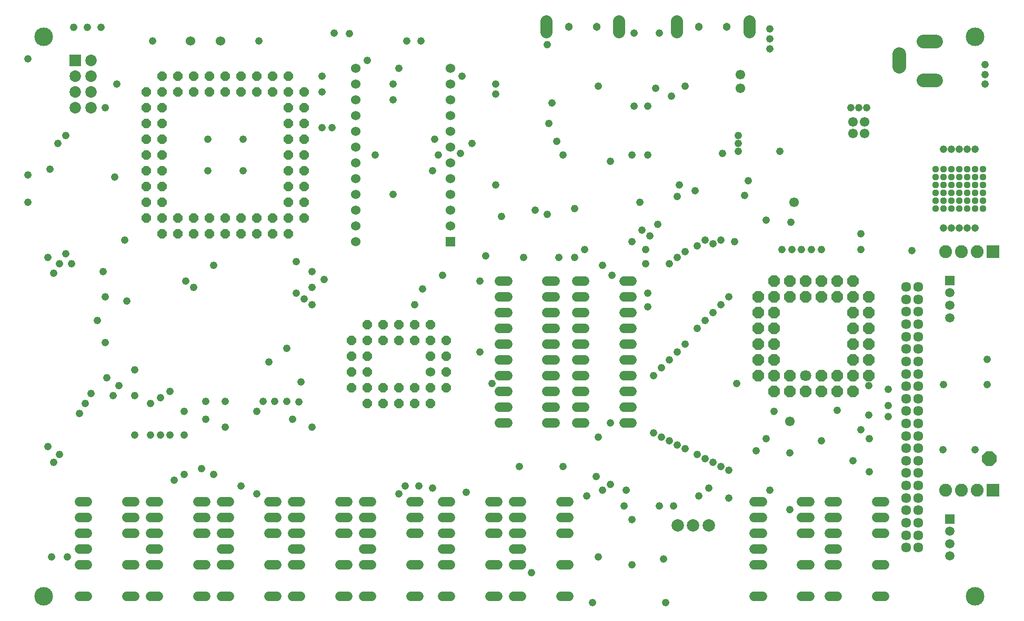
<source format=gbs>
G75*
%MOIN*%
%OFA0B0*%
%FSLAX24Y24*%
%IPPOS*%
%LPD*%
%AMOC8*
5,1,8,0,0,1.08239X$1,22.5*
%
%ADD10C,0.1182*%
%ADD11OC8,0.0600*%
%ADD12C,0.0600*%
%ADD13R,0.0600X0.0600*%
%ADD14C,0.0600*%
%ADD15C,0.0880*%
%ADD16R,0.0595X0.0595*%
%ADD17C,0.0595*%
%ADD18C,0.0789*%
%ADD19C,0.0710*%
%ADD20OC8,0.0710*%
%ADD21C,0.0780*%
%ADD22C,0.0513*%
%ADD23C,0.0395*%
%ADD24R,0.0820X0.0820*%
%ADD25C,0.0820*%
%ADD26C,0.0634*%
%ADD27OC8,0.0930*%
%ADD28R,0.0730X0.0730*%
%ADD29C,0.0730*%
%ADD30C,0.0476*%
%ADD31C,0.0437*%
%ADD32C,0.0611*%
D10*
X002350Y002350D03*
X002350Y037850D03*
X061350Y037850D03*
X061350Y002350D03*
D11*
X027850Y015600D03*
X026850Y015600D03*
X026850Y014600D03*
X025850Y014600D03*
X024850Y014600D03*
X024850Y015600D03*
X025850Y015600D03*
X023850Y015600D03*
X023850Y014600D03*
X022850Y014600D03*
X022850Y015600D03*
X021850Y015600D03*
X021850Y016600D03*
X022850Y016600D03*
X022850Y017600D03*
X021850Y017600D03*
X021850Y018600D03*
X022850Y018600D03*
X022850Y019600D03*
X023850Y019600D03*
X023850Y018600D03*
X024850Y018600D03*
X025850Y018600D03*
X025850Y019600D03*
X024850Y019600D03*
X026850Y019600D03*
X026850Y018600D03*
X027850Y018600D03*
X027850Y017600D03*
X026850Y017600D03*
X027850Y016600D03*
X017850Y025350D03*
X017850Y026350D03*
X018850Y026350D03*
X018850Y027350D03*
X017850Y027350D03*
X016850Y026350D03*
X016850Y025350D03*
X015850Y025350D03*
X014850Y025350D03*
X014850Y026350D03*
X015850Y026350D03*
X013850Y026350D03*
X012850Y026350D03*
X012850Y025350D03*
X013850Y025350D03*
X011850Y025350D03*
X010850Y025350D03*
X010850Y026350D03*
X011850Y026350D03*
X009850Y026350D03*
X009850Y025350D03*
X008850Y026350D03*
X008850Y027350D03*
X009850Y027350D03*
X009850Y028350D03*
X009850Y029350D03*
X009850Y030350D03*
X009850Y031350D03*
X009850Y032350D03*
X008850Y032350D03*
X008850Y031350D03*
X008850Y030350D03*
X008850Y029350D03*
X008850Y028350D03*
X008850Y033350D03*
X008850Y034350D03*
X009850Y034350D03*
X009850Y033350D03*
X010850Y034350D03*
X011850Y034350D03*
X011850Y035350D03*
X010850Y035350D03*
X009850Y035350D03*
X012850Y035350D03*
X013850Y035350D03*
X013850Y034350D03*
X012850Y034350D03*
X014850Y034350D03*
X015850Y034350D03*
X015850Y035350D03*
X014850Y035350D03*
X016850Y035350D03*
X016850Y034350D03*
X017850Y034350D03*
X018850Y034350D03*
X018850Y033350D03*
X017850Y033350D03*
X017850Y032350D03*
X018850Y032350D03*
X018850Y031350D03*
X017850Y031350D03*
X017850Y030350D03*
X018850Y030350D03*
X018850Y029350D03*
X017850Y029350D03*
X017850Y028350D03*
X018850Y028350D03*
X017850Y035350D03*
D12*
X031215Y022350D02*
X031735Y022350D01*
X031735Y021350D02*
X031215Y021350D01*
X031215Y020350D02*
X031735Y020350D01*
X031735Y019350D02*
X031215Y019350D01*
X031215Y018350D02*
X031735Y018350D01*
X031735Y017350D02*
X031215Y017350D01*
X031215Y016350D02*
X031735Y016350D01*
X031735Y015350D02*
X031215Y015350D01*
X031215Y014350D02*
X031735Y014350D01*
X031735Y013350D02*
X031215Y013350D01*
X034215Y013350D02*
X034735Y013350D01*
X034735Y014350D02*
X034215Y014350D01*
X034215Y015350D02*
X034735Y015350D01*
X034735Y016350D02*
X034215Y016350D01*
X034215Y017350D02*
X034735Y017350D01*
X034735Y018350D02*
X034215Y018350D01*
X034215Y019350D02*
X034735Y019350D01*
X034735Y020350D02*
X034215Y020350D01*
X034215Y021350D02*
X034735Y021350D01*
X036090Y021350D02*
X036610Y021350D01*
X036610Y020350D02*
X036090Y020350D01*
X036090Y019350D02*
X036610Y019350D01*
X036610Y018350D02*
X036090Y018350D01*
X036090Y017350D02*
X036610Y017350D01*
X036610Y016350D02*
X036090Y016350D01*
X036090Y015350D02*
X036610Y015350D01*
X036610Y014350D02*
X036090Y014350D01*
X036090Y013350D02*
X036610Y013350D01*
X039090Y013350D02*
X039610Y013350D01*
X039610Y014350D02*
X039090Y014350D01*
X039090Y015350D02*
X039610Y015350D01*
X039610Y016350D02*
X039090Y016350D01*
X039090Y017350D02*
X039610Y017350D01*
X039610Y018350D02*
X039090Y018350D01*
X039090Y019350D02*
X039610Y019350D01*
X039610Y020350D02*
X039090Y020350D01*
X039090Y021350D02*
X039610Y021350D01*
X039610Y022350D02*
X039090Y022350D01*
X036610Y022350D02*
X036090Y022350D01*
X034735Y022350D02*
X034215Y022350D01*
X035090Y008350D02*
X035610Y008350D01*
X035610Y007350D02*
X035090Y007350D01*
X035090Y006350D02*
X035610Y006350D01*
X035610Y004350D02*
X035090Y004350D01*
X035090Y002350D02*
X035610Y002350D01*
X032610Y002350D02*
X032090Y002350D01*
X031110Y002350D02*
X030590Y002350D01*
X030590Y004350D02*
X031110Y004350D01*
X032090Y004350D02*
X032610Y004350D01*
X032610Y005350D02*
X032090Y005350D01*
X032090Y006350D02*
X032610Y006350D01*
X032610Y007350D02*
X032090Y007350D01*
X031110Y007350D02*
X030590Y007350D01*
X030590Y008350D02*
X031110Y008350D01*
X032090Y008350D02*
X032610Y008350D01*
X031110Y006350D02*
X030590Y006350D01*
X028110Y006350D02*
X027590Y006350D01*
X027590Y005350D02*
X028110Y005350D01*
X028110Y004350D02*
X027590Y004350D01*
X026110Y004350D02*
X025590Y004350D01*
X025590Y002350D02*
X026110Y002350D01*
X027590Y002350D02*
X028110Y002350D01*
X026110Y006350D02*
X025590Y006350D01*
X025590Y007350D02*
X026110Y007350D01*
X026110Y008350D02*
X025590Y008350D01*
X027590Y008350D02*
X028110Y008350D01*
X028110Y007350D02*
X027590Y007350D01*
X023110Y007350D02*
X022590Y007350D01*
X021610Y007350D02*
X021090Y007350D01*
X021090Y008350D02*
X021610Y008350D01*
X022590Y008350D02*
X023110Y008350D01*
X023110Y006350D02*
X022590Y006350D01*
X021610Y006350D02*
X021090Y006350D01*
X022590Y005350D02*
X023110Y005350D01*
X023110Y004350D02*
X022590Y004350D01*
X021610Y004350D02*
X021090Y004350D01*
X021090Y002350D02*
X021610Y002350D01*
X022590Y002350D02*
X023110Y002350D01*
X018610Y002350D02*
X018090Y002350D01*
X017110Y002350D02*
X016590Y002350D01*
X016590Y004350D02*
X017110Y004350D01*
X018090Y004350D02*
X018610Y004350D01*
X018610Y005350D02*
X018090Y005350D01*
X018090Y006350D02*
X018610Y006350D01*
X018610Y007350D02*
X018090Y007350D01*
X017110Y007350D02*
X016590Y007350D01*
X016590Y008350D02*
X017110Y008350D01*
X018090Y008350D02*
X018610Y008350D01*
X017110Y006350D02*
X016590Y006350D01*
X014110Y006350D02*
X013590Y006350D01*
X012610Y006350D02*
X012090Y006350D01*
X012090Y007350D02*
X012610Y007350D01*
X013590Y007350D02*
X014110Y007350D01*
X014110Y008350D02*
X013590Y008350D01*
X012610Y008350D02*
X012090Y008350D01*
X009610Y008350D02*
X009090Y008350D01*
X008110Y008350D02*
X007590Y008350D01*
X007590Y007350D02*
X008110Y007350D01*
X009090Y007350D02*
X009610Y007350D01*
X009610Y006350D02*
X009090Y006350D01*
X008110Y006350D02*
X007590Y006350D01*
X009090Y005350D02*
X009610Y005350D01*
X009610Y004350D02*
X009090Y004350D01*
X008110Y004350D02*
X007590Y004350D01*
X005110Y004350D02*
X004590Y004350D01*
X004590Y005350D02*
X005110Y005350D01*
X005110Y006350D02*
X004590Y006350D01*
X004590Y007350D02*
X005110Y007350D01*
X005110Y008350D02*
X004590Y008350D01*
X012090Y004350D02*
X012610Y004350D01*
X013590Y004350D02*
X014110Y004350D01*
X014110Y005350D02*
X013590Y005350D01*
X013590Y002350D02*
X014110Y002350D01*
X012610Y002350D02*
X012090Y002350D01*
X009610Y002350D02*
X009090Y002350D01*
X008110Y002350D02*
X007590Y002350D01*
X005110Y002350D02*
X004590Y002350D01*
X047340Y002350D02*
X047860Y002350D01*
X047860Y004350D02*
X047340Y004350D01*
X047340Y005350D02*
X047860Y005350D01*
X047860Y006350D02*
X047340Y006350D01*
X047340Y007350D02*
X047860Y007350D01*
X047860Y008350D02*
X047340Y008350D01*
X050340Y008350D02*
X050860Y008350D01*
X050860Y007350D02*
X050340Y007350D01*
X052090Y007350D02*
X052610Y007350D01*
X052610Y008350D02*
X052090Y008350D01*
X052090Y006350D02*
X052610Y006350D01*
X052610Y005350D02*
X052090Y005350D01*
X052090Y004350D02*
X052610Y004350D01*
X050860Y004350D02*
X050340Y004350D01*
X050340Y002350D02*
X050860Y002350D01*
X052090Y002350D02*
X052610Y002350D01*
X055090Y002350D02*
X055610Y002350D01*
X055610Y004350D02*
X055090Y004350D01*
X055090Y006350D02*
X055610Y006350D01*
X055610Y007350D02*
X055090Y007350D01*
X055090Y008350D02*
X055610Y008350D01*
X050860Y006350D02*
X050340Y006350D01*
D13*
X028100Y024850D03*
D14*
X028100Y025850D03*
X028100Y026850D03*
X028100Y027850D03*
X028100Y028850D03*
X028100Y029850D03*
X028100Y030850D03*
X028100Y031850D03*
X028100Y032850D03*
X028100Y033850D03*
X028100Y034850D03*
X028100Y035850D03*
X022100Y035850D03*
X022100Y034850D03*
X022100Y033850D03*
X022100Y032850D03*
X022100Y031850D03*
X022100Y030850D03*
X022100Y029850D03*
X022100Y028850D03*
X022100Y027850D03*
X022100Y026850D03*
X022100Y025850D03*
X022100Y024850D03*
X026850Y016600D03*
X013550Y037600D03*
X011650Y037600D03*
D15*
X056525Y036750D02*
X056525Y035950D01*
X058075Y035100D02*
X058875Y035100D01*
X058875Y037550D02*
X058075Y037550D01*
D16*
X059725Y022406D03*
X059725Y007281D03*
D17*
X059725Y006494D03*
X059725Y005706D03*
X059725Y004919D03*
X059725Y020044D03*
X059725Y020831D03*
X059725Y021619D03*
D18*
X044459Y006850D03*
X043475Y006850D03*
X042491Y006850D03*
D19*
X050600Y016350D03*
D20*
X050600Y015350D03*
X049600Y015350D03*
X048600Y015350D03*
X048600Y016350D03*
X049600Y016350D03*
X048600Y017350D03*
X048600Y018350D03*
X048600Y019350D03*
X048600Y020350D03*
X048600Y021350D03*
X049600Y021350D03*
X050600Y021350D03*
X051600Y021350D03*
X052600Y021350D03*
X053600Y021350D03*
X054600Y021350D03*
X054600Y020350D03*
X053600Y020350D03*
X053600Y019350D03*
X054600Y019350D03*
X054600Y018350D03*
X053600Y018350D03*
X053600Y017350D03*
X054600Y017350D03*
X054600Y016350D03*
X053600Y016350D03*
X053600Y015350D03*
X052600Y015350D03*
X051600Y015350D03*
X051600Y016350D03*
X052600Y016350D03*
X047600Y016350D03*
X047600Y017350D03*
X047600Y018350D03*
X047600Y019350D03*
X047600Y020350D03*
X047600Y021350D03*
X048600Y022350D03*
X049600Y022350D03*
X050600Y022350D03*
X051600Y022350D03*
X052600Y022350D03*
X053600Y022350D03*
D21*
X047028Y038174D02*
X047028Y038874D01*
X042422Y038874D02*
X042422Y038174D01*
X038778Y038174D02*
X038778Y038874D01*
X034172Y038874D02*
X034172Y038174D01*
D22*
X035589Y038497D03*
X037361Y038497D03*
X043839Y038497D03*
X045611Y038497D03*
D23*
X047028Y038367D03*
X047028Y038209D03*
X047028Y038682D03*
X047028Y038839D03*
X042422Y038839D03*
X042422Y038682D03*
X042422Y038367D03*
X042422Y038209D03*
X038778Y038209D03*
X038778Y038367D03*
X038778Y038682D03*
X038778Y038839D03*
X034172Y038839D03*
X034172Y038682D03*
X034172Y038367D03*
X034172Y038209D03*
D24*
X062475Y024225D03*
X062475Y009100D03*
D25*
X061475Y009100D03*
X060475Y009100D03*
X059475Y009100D03*
X059475Y024225D03*
X060475Y024225D03*
X061475Y024225D03*
D26*
X057744Y021993D03*
X056956Y021993D03*
X056956Y021205D03*
X057744Y021205D03*
X057744Y020418D03*
X057744Y019631D03*
X056956Y019631D03*
X056956Y020418D03*
X056956Y018843D03*
X057744Y018843D03*
X057744Y018056D03*
X056956Y018056D03*
X056956Y017268D03*
X056956Y016481D03*
X057744Y016481D03*
X057744Y017268D03*
X057744Y015694D03*
X056956Y015694D03*
X056956Y014906D03*
X057744Y014906D03*
X057744Y014119D03*
X057744Y013331D03*
X056956Y013331D03*
X056956Y014119D03*
X056956Y012544D03*
X057744Y012544D03*
X057744Y011756D03*
X057744Y010969D03*
X056956Y010969D03*
X056956Y011756D03*
X056956Y010182D03*
X057744Y010182D03*
X057744Y009394D03*
X056956Y009394D03*
X056956Y008607D03*
X056956Y007819D03*
X057744Y007819D03*
X057744Y008607D03*
X057744Y007032D03*
X056956Y007032D03*
X056956Y006245D03*
X057744Y006245D03*
X057744Y005457D03*
X056956Y005457D03*
D27*
X062225Y011100D03*
D28*
X004350Y036350D03*
D29*
X004350Y035350D03*
X004350Y034350D03*
X004350Y033350D03*
X005350Y033350D03*
X005350Y034350D03*
X005350Y035350D03*
X005350Y036350D03*
D30*
X006975Y034850D03*
X006225Y033350D03*
X003725Y031600D03*
X003225Y031100D03*
X002725Y029475D03*
X001350Y029100D03*
X001350Y027350D03*
X002600Y023850D03*
X003350Y023475D03*
X002975Y022850D03*
X004100Y023475D03*
X003725Y024100D03*
X006100Y022975D03*
X006225Y021350D03*
X007600Y021100D03*
X005725Y019850D03*
X006225Y018475D03*
X008100Y016725D03*
X007100Y015725D03*
X006725Y015100D03*
X006350Y016225D03*
X005350Y015225D03*
X004975Y014600D03*
X004600Y013975D03*
X002600Y011850D03*
X003350Y011350D03*
X002975Y010850D03*
X008100Y012600D03*
X009100Y012600D03*
X009725Y012600D03*
X010350Y012600D03*
X011225Y012600D03*
X012600Y013600D03*
X013850Y013100D03*
X015850Y014100D03*
X016225Y014725D03*
X016975Y014725D03*
X017725Y014725D03*
X018496Y014704D03*
X018100Y013600D03*
X019350Y013100D03*
X018643Y015975D03*
X016600Y017225D03*
X017725Y018100D03*
X019350Y020850D03*
X018850Y021225D03*
X018350Y021600D03*
X019350Y021975D03*
X020100Y022475D03*
X019350Y022975D03*
X018350Y023600D03*
X013100Y023350D03*
X011850Y021975D03*
X011350Y022350D03*
X007475Y024975D03*
X006850Y028975D03*
X012725Y029350D03*
X012725Y031350D03*
X014975Y031350D03*
X014975Y029350D03*
X019975Y032100D03*
X020600Y032100D03*
X023350Y030350D03*
X024475Y027850D03*
X026975Y029350D03*
X027350Y030350D03*
X027100Y031350D03*
X028725Y030475D03*
X029475Y031100D03*
X030975Y028475D03*
X031350Y026475D03*
X033475Y026850D03*
X034225Y026600D03*
X035975Y026975D03*
X036600Y024350D03*
X035975Y023850D03*
X034975Y023850D03*
X032725Y023850D03*
X030350Y023975D03*
X029975Y022350D03*
X027600Y022725D03*
X026350Y021850D03*
X025850Y020850D03*
X029975Y017850D03*
X030725Y015850D03*
X037475Y012475D03*
X038225Y013350D03*
X040975Y012725D03*
X041475Y012475D03*
X041975Y012225D03*
X042475Y011975D03*
X042975Y011725D03*
X043725Y011350D03*
X044225Y011100D03*
X044725Y010850D03*
X045225Y010600D03*
X045725Y010350D03*
X044475Y009225D03*
X043850Y008725D03*
X042225Y008100D03*
X041350Y008100D03*
X039600Y007225D03*
X039100Y008100D03*
X039225Y009100D03*
X038225Y009475D03*
X037725Y009100D03*
X037350Y009975D03*
X036725Y008725D03*
X035225Y010600D03*
X032475Y010600D03*
X029100Y008975D03*
X026975Y009225D03*
X026100Y009350D03*
X025225Y009350D03*
X024850Y008850D03*
X033225Y003850D03*
X037100Y001975D03*
X039600Y004350D03*
X041600Y004725D03*
X041725Y001975D03*
X037475Y004850D03*
X045725Y008600D03*
X048350Y009100D03*
X049600Y007850D03*
X053600Y010975D03*
X054631Y010256D03*
X051600Y012225D03*
X054100Y012944D03*
X054631Y012350D03*
X054600Y013850D03*
X055850Y013756D03*
X055850Y014475D03*
X055850Y015506D03*
X054600Y015725D03*
X052600Y014163D03*
X048600Y014100D03*
X048100Y012350D03*
X047475Y011600D03*
X049600Y011475D03*
X046225Y015850D03*
X042975Y018350D03*
X042475Y017850D03*
X041975Y017350D03*
X041475Y016850D03*
X040975Y016350D03*
X043725Y019350D03*
X044225Y019850D03*
X044725Y020350D03*
X045225Y020850D03*
X045725Y021350D03*
X042475Y023850D03*
X041975Y023475D03*
X042975Y024225D03*
X043725Y024600D03*
X044225Y024975D03*
X044725Y024725D03*
X045225Y024975D03*
X046100Y024850D03*
X048100Y026225D03*
X049663Y026100D03*
X049725Y024350D03*
X049100Y024350D03*
X050350Y024350D03*
X050975Y024350D03*
X051600Y024350D03*
X054100Y024350D03*
X054100Y025350D03*
X057350Y024288D03*
X059350Y025725D03*
X059850Y025725D03*
X060350Y025725D03*
X060850Y025725D03*
X061350Y025725D03*
X061350Y030725D03*
X060850Y030725D03*
X060350Y030725D03*
X059850Y030725D03*
X059350Y030725D03*
X054475Y033350D03*
X053975Y033350D03*
X053475Y033350D03*
X048975Y030600D03*
X046350Y030600D03*
X046350Y031100D03*
X046350Y031600D03*
X045350Y030475D03*
X046975Y028725D03*
X046725Y027788D03*
X043600Y028100D03*
X042600Y028475D03*
X042475Y027725D03*
X041225Y025975D03*
X040725Y025225D03*
X040225Y025600D03*
X039600Y024850D03*
X040475Y024350D03*
X040475Y023475D03*
X038350Y022725D03*
X037725Y023350D03*
X040600Y021600D03*
X040600Y020725D03*
X040100Y027350D03*
X038225Y029975D03*
X039600Y030350D03*
X040600Y030350D03*
X040600Y033475D03*
X039725Y033475D03*
X041100Y034600D03*
X042100Y034100D03*
X042975Y034725D03*
X041350Y038100D03*
X039725Y038100D03*
X037475Y034725D03*
X034538Y033663D03*
X034350Y032350D03*
X034850Y031225D03*
X035225Y030350D03*
X030975Y034225D03*
X030975Y034850D03*
X028850Y035350D03*
X026225Y037600D03*
X025350Y037600D03*
X024850Y035850D03*
X024475Y034850D03*
X024475Y033850D03*
X022850Y036350D03*
X021700Y038075D03*
X020725Y038100D03*
X019975Y035350D03*
X019975Y034350D03*
X015975Y037600D03*
X009225Y037600D03*
X005975Y038475D03*
X005100Y038475D03*
X004225Y038475D03*
X001350Y036475D03*
X008100Y015100D03*
X009100Y014600D03*
X009725Y014975D03*
X010350Y015350D03*
X011225Y014100D03*
X012600Y014725D03*
X013850Y014725D03*
X012350Y010475D03*
X013100Y010100D03*
X011225Y010100D03*
X010600Y009725D03*
X014850Y009350D03*
X015850Y008850D03*
X003850Y004850D03*
X002850Y004850D03*
X034225Y037350D03*
X048350Y037100D03*
X048350Y037725D03*
X048350Y038350D03*
X061975Y036100D03*
X061975Y035475D03*
X061975Y034850D03*
X062100Y017413D03*
X062100Y015788D03*
X059350Y015788D03*
X059288Y011663D03*
X061350Y011663D03*
D31*
X061350Y026975D03*
X061350Y027475D03*
X061350Y027975D03*
X061350Y028475D03*
X061350Y028975D03*
X061350Y029475D03*
X060850Y029475D03*
X060850Y028975D03*
X060850Y028475D03*
X060850Y027975D03*
X060850Y027475D03*
X060850Y026975D03*
X060350Y026975D03*
X060350Y027475D03*
X060350Y027975D03*
X060350Y028475D03*
X060350Y028975D03*
X060350Y029475D03*
X059850Y029475D03*
X059350Y029475D03*
X059350Y028975D03*
X059850Y028975D03*
X059850Y028475D03*
X059350Y028475D03*
X059350Y027975D03*
X059850Y027975D03*
X059850Y027475D03*
X059350Y027475D03*
X059350Y026975D03*
X059850Y026975D03*
X058850Y026975D03*
X058850Y027475D03*
X058850Y027975D03*
X058850Y028475D03*
X058850Y028975D03*
X058850Y029475D03*
X061850Y029475D03*
X061850Y028975D03*
X061850Y028475D03*
X061850Y027975D03*
X061850Y027475D03*
X061850Y026975D03*
D32*
X054350Y031725D03*
X053600Y031725D03*
X053600Y032475D03*
X054350Y032475D03*
X049881Y027350D03*
X046475Y034600D03*
X046475Y035475D03*
X049600Y013475D03*
M02*

</source>
